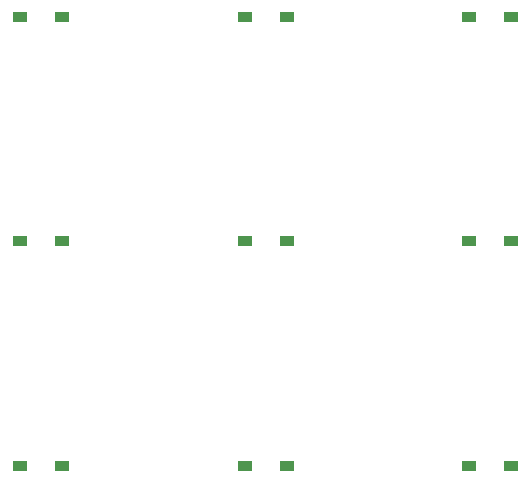
<source format=gbr>
%TF.GenerationSoftware,KiCad,Pcbnew,5.1.6-1.fc32*%
%TF.CreationDate,2020-07-09T19:55:35-05:00*%
%TF.ProjectId,source_pad,736f7572-6365-45f7-9061-642e6b696361,rev?*%
%TF.SameCoordinates,Original*%
%TF.FileFunction,Paste,Bot*%
%TF.FilePolarity,Positive*%
%FSLAX46Y46*%
G04 Gerber Fmt 4.6, Leading zero omitted, Abs format (unit mm)*
G04 Created by KiCad (PCBNEW 5.1.6-1.fc32) date 2020-07-09 19:55:35*
%MOMM*%
%LPD*%
G01*
G04 APERTURE LIST*
%ADD10R,1.300000X0.950000*%
G04 APERTURE END LIST*
D10*
%TO.C,D1*%
X98225000Y-109500000D03*
X101775000Y-109500000D03*
%TD*%
%TO.C,D2*%
X98225000Y-128500000D03*
X101775000Y-128500000D03*
%TD*%
%TO.C,D3*%
X101775000Y-147500000D03*
X98225000Y-147500000D03*
%TD*%
%TO.C,D4*%
X120775000Y-109500000D03*
X117225000Y-109500000D03*
%TD*%
%TO.C,D5*%
X120775000Y-128500000D03*
X117225000Y-128500000D03*
%TD*%
%TO.C,D6*%
X117225000Y-147500000D03*
X120775000Y-147500000D03*
%TD*%
%TO.C,D7*%
X136225000Y-109500000D03*
X139775000Y-109500000D03*
%TD*%
%TO.C,D8*%
X139775000Y-128500000D03*
X136225000Y-128500000D03*
%TD*%
%TO.C,D9*%
X139775000Y-147500000D03*
X136225000Y-147500000D03*
%TD*%
M02*

</source>
